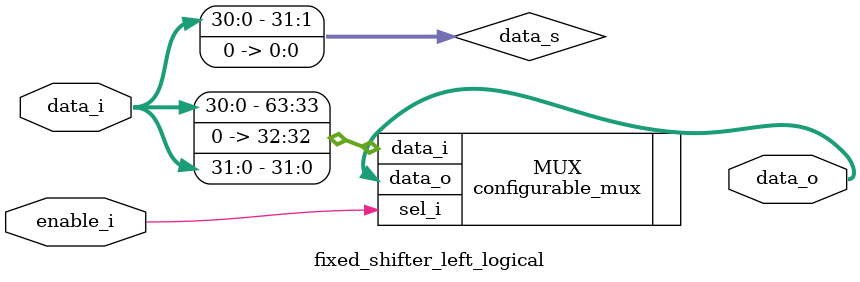
<source format=sv>

`timescale 1ns/1ps

module fixed_shifter_left_logical #(
	parameter nb_bits_data = 32,
	parameter shift_value = 1
)(
	input logic [nb_bits_data-1:0] data_i,
	input logic enable_i,
	output logic [nb_bits_data-1:0] data_o
);
	//Internal connections declaration
	logic [nb_bits_data-1:0] data_s;
	//Mux declaration
	configurable_mux #(1,nb_bits_data) MUX (
		.data_i({data_s,
			data_i}),
		.sel_i(enable_i),
		.data_o(data_o)
	);
	//Shift of the bits by the fixed value
	assign data_s[shift_value-1:0] = 0;
	assign data_s[nb_bits_data-1:shift_value] = data_i[nb_bits_data-shift_value-1:0];
endmodule : fixed_shifter_left_logical

</source>
